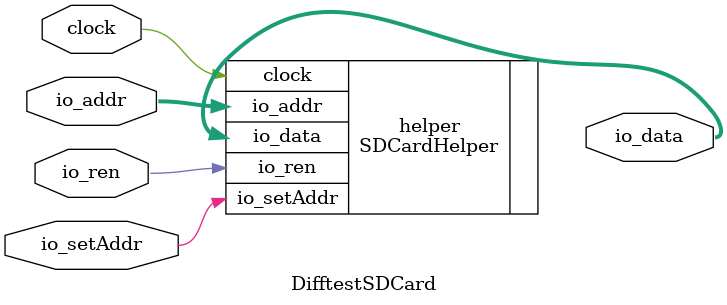
<source format=v>
`ifndef RANDOMIZE
  `ifdef RANDOMIZE_MEM_INIT
    `define RANDOMIZE
  `endif // RANDOMIZE_MEM_INIT
`endif // not def RANDOMIZE
`ifndef RANDOMIZE
  `ifdef RANDOMIZE_REG_INIT
    `define RANDOMIZE
  `endif // RANDOMIZE_REG_INIT
`endif // not def RANDOMIZE
`ifndef RANDOM
  `define RANDOM $random
`endif // not def RANDOM
// Users can define INIT_RANDOM as general code that gets injected into the
// initializer block for modules with registers.
`ifndef INIT_RANDOM
  `define INIT_RANDOM
`endif // not def INIT_RANDOM
// If using random initialization, you can also define RANDOMIZE_DELAY to
// customize the delay used, otherwise 0.002 is used.
`ifndef RANDOMIZE_DELAY
  `define RANDOMIZE_DELAY 0.002
`endif // not def RANDOMIZE_DELAY
// Define INIT_RANDOM_PROLOG_ for use in our modules below.
`ifndef INIT_RANDOM_PROLOG_
  `ifdef RANDOMIZE
    `ifdef VERILATOR
      `define INIT_RANDOM_PROLOG_ `INIT_RANDOM
    `else  // VERILATOR
      `define INIT_RANDOM_PROLOG_ `INIT_RANDOM #`RANDOMIZE_DELAY begin end
    `endif // VERILATOR
  `else  // RANDOMIZE
    `define INIT_RANDOM_PROLOG_
  `endif // RANDOMIZE
`endif // not def INIT_RANDOM_PROLOG_
// Include register initializers in init blocks unless synthesis is set
`ifndef SYNTHESIS
  `ifndef ENABLE_INITIAL_REG_
    `define ENABLE_INITIAL_REG_
  `endif // not def ENABLE_INITIAL_REG_
`endif // not def SYNTHESIS
// Include rmemory initializers in init blocks unless synthesis is set
`ifndef SYNTHESIS
  `ifndef ENABLE_INITIAL_MEM_
    `define ENABLE_INITIAL_MEM_
  `endif // not def ENABLE_INITIAL_MEM_
`endif // not def SYNTHESIS
module DifftestSDCard(
  input         clock,
  input         io_setAddr,
  input  [31:0] io_addr,
  input         io_ren,
  output [31:0] io_data
);

  SDCardHelper helper (
    .clock      (clock),
    .io_setAddr (io_setAddr),
    .io_addr    (io_addr),
    .io_ren     (io_ren),
    .io_data    (io_data)
  );
endmodule


</source>
